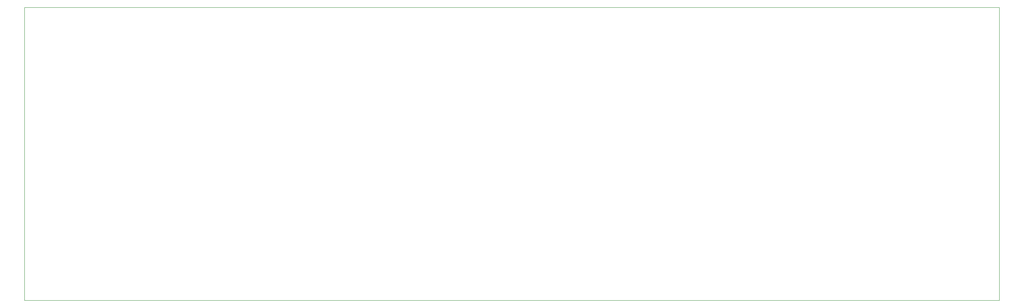
<source format=gbr>
G04 #@! TF.GenerationSoftware,KiCad,Pcbnew,5.1.8*
G04 #@! TF.CreationDate,2020-12-14T16:47:20+01:00*
G04 #@! TF.ProjectId,main,6d61696e-2e6b-4696-9361-645f70636258,v1.0.0*
G04 #@! TF.SameCoordinates,Original*
G04 #@! TF.FileFunction,Profile,NP*
%FSLAX46Y46*%
G04 Gerber Fmt 4.6, Leading zero omitted, Abs format (unit mm)*
G04 Created by KiCad (PCBNEW 5.1.8) date 2020-12-14 16:47:20*
%MOMM*%
%LPD*%
G01*
G04 APERTURE LIST*
G04 #@! TA.AperFunction,Profile*
%ADD10C,0.150000*%
G04 #@! TD*
G04 APERTURE END LIST*
D10*
X15780000Y-150130000D02*
X15780000Y-21580000D01*
X442500000Y-150130000D02*
X15780000Y-150130000D01*
X442500000Y-21580000D02*
X442500000Y-150130000D01*
X15780000Y-21580000D02*
X442500000Y-21580000D01*
M02*

</source>
